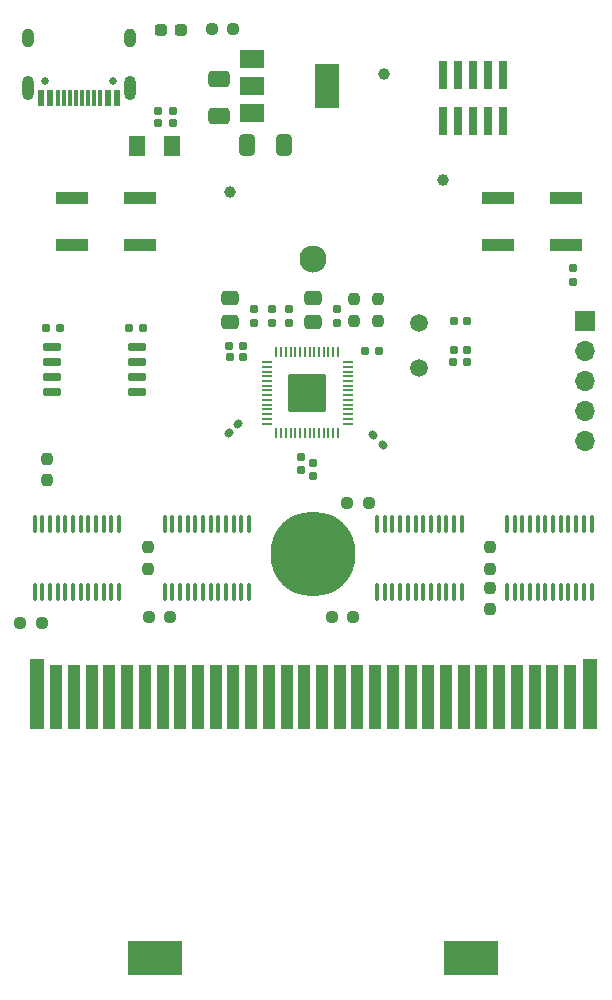
<source format=gts>
G04 #@! TF.GenerationSoftware,KiCad,Pcbnew,6.0.11+dfsg-1~bpo11+1*
G04 #@! TF.CreationDate,2023-04-01T23:07:25-07:00*
G04 #@! TF.ProjectId,gbpunk,67627075-6e6b-42e6-9b69-6361645f7063,v4.0*
G04 #@! TF.SameCoordinates,Original*
G04 #@! TF.FileFunction,Soldermask,Top*
G04 #@! TF.FilePolarity,Negative*
%FSLAX46Y46*%
G04 Gerber Fmt 4.6, Leading zero omitted, Abs format (unit mm)*
G04 Created by KiCad (PCBNEW 6.0.11+dfsg-1~bpo11+1) date 2023-04-01 23:07:25*
%MOMM*%
%LPD*%
G01*
G04 APERTURE LIST*
G04 Aperture macros list*
%AMRoundRect*
0 Rectangle with rounded corners*
0 $1 Rounding radius*
0 $2 $3 $4 $5 $6 $7 $8 $9 X,Y pos of 4 corners*
0 Add a 4 corners polygon primitive as box body*
4,1,4,$2,$3,$4,$5,$6,$7,$8,$9,$2,$3,0*
0 Add four circle primitives for the rounded corners*
1,1,$1+$1,$2,$3*
1,1,$1+$1,$4,$5*
1,1,$1+$1,$6,$7*
1,1,$1+$1,$8,$9*
0 Add four rect primitives between the rounded corners*
20,1,$1+$1,$2,$3,$4,$5,0*
20,1,$1+$1,$4,$5,$6,$7,0*
20,1,$1+$1,$6,$7,$8,$9,0*
20,1,$1+$1,$8,$9,$2,$3,0*%
G04 Aperture macros list end*
%ADD10C,7.200000*%
%ADD11C,2.300000*%
%ADD12RoundRect,0.155000X0.155000X-0.212500X0.155000X0.212500X-0.155000X0.212500X-0.155000X-0.212500X0*%
%ADD13RoundRect,0.100000X0.100000X-0.637500X0.100000X0.637500X-0.100000X0.637500X-0.100000X-0.637500X0*%
%ADD14RoundRect,0.155000X0.040659X0.259862X-0.259862X-0.040659X-0.040659X-0.259862X0.259862X0.040659X0*%
%ADD15RoundRect,0.155000X-0.212500X-0.155000X0.212500X-0.155000X0.212500X0.155000X-0.212500X0.155000X0*%
%ADD16RoundRect,0.160000X0.197500X0.160000X-0.197500X0.160000X-0.197500X-0.160000X0.197500X-0.160000X0*%
%ADD17RoundRect,0.237500X-0.237500X0.250000X-0.237500X-0.250000X0.237500X-0.250000X0.237500X0.250000X0*%
%ADD18RoundRect,0.237500X0.250000X0.237500X-0.250000X0.237500X-0.250000X-0.237500X0.250000X-0.237500X0*%
%ADD19RoundRect,0.250000X-0.412500X-0.650000X0.412500X-0.650000X0.412500X0.650000X-0.412500X0.650000X0*%
%ADD20C,1.000000*%
%ADD21RoundRect,0.250000X0.475000X-0.337500X0.475000X0.337500X-0.475000X0.337500X-0.475000X-0.337500X0*%
%ADD22R,0.740000X2.400000*%
%ADD23C,1.500000*%
%ADD24R,2.750000X1.000000*%
%ADD25R,1.300000X6.000000*%
%ADD26R,1.000000X5.500000*%
%ADD27R,4.600000X3.000000*%
%ADD28C,0.650000*%
%ADD29R,0.600000X1.450000*%
%ADD30R,0.300000X1.450000*%
%ADD31O,1.000000X2.100000*%
%ADD32O,1.000000X1.600000*%
%ADD33R,1.700000X1.700000*%
%ADD34O,1.700000X1.700000*%
%ADD35RoundRect,0.155000X0.212500X0.155000X-0.212500X0.155000X-0.212500X-0.155000X0.212500X-0.155000X0*%
%ADD36RoundRect,0.155000X-0.155000X0.212500X-0.155000X-0.212500X0.155000X-0.212500X0.155000X0.212500X0*%
%ADD37RoundRect,0.155000X-0.259862X0.040659X0.040659X-0.259862X0.259862X-0.040659X-0.040659X0.259862X0*%
%ADD38RoundRect,0.160000X-0.197500X-0.160000X0.197500X-0.160000X0.197500X0.160000X-0.197500X0.160000X0*%
%ADD39RoundRect,0.150000X-0.650000X-0.150000X0.650000X-0.150000X0.650000X0.150000X-0.650000X0.150000X0*%
%ADD40R,2.000000X1.500000*%
%ADD41R,2.000000X3.800000*%
%ADD42RoundRect,0.160000X-0.160000X0.197500X-0.160000X-0.197500X0.160000X-0.197500X0.160000X0.197500X0*%
%ADD43RoundRect,0.050000X-0.387500X-0.050000X0.387500X-0.050000X0.387500X0.050000X-0.387500X0.050000X0*%
%ADD44RoundRect,0.050000X-0.050000X-0.387500X0.050000X-0.387500X0.050000X0.387500X-0.050000X0.387500X0*%
%ADD45RoundRect,0.144000X-1.456000X-1.456000X1.456000X-1.456000X1.456000X1.456000X-1.456000X1.456000X0*%
%ADD46RoundRect,0.237500X0.287500X0.237500X-0.287500X0.237500X-0.287500X-0.237500X0.287500X-0.237500X0*%
%ADD47RoundRect,0.250001X0.462499X0.624999X-0.462499X0.624999X-0.462499X-0.624999X0.462499X-0.624999X0*%
%ADD48RoundRect,0.237500X-0.250000X-0.237500X0.250000X-0.237500X0.250000X0.237500X-0.250000X0.237500X0*%
%ADD49RoundRect,0.237500X0.237500X-0.250000X0.237500X0.250000X-0.237500X0.250000X-0.237500X-0.250000X0*%
%ADD50RoundRect,0.250000X-0.650000X0.412500X-0.650000X-0.412500X0.650000X-0.412500X0.650000X0.412500X0*%
G04 APERTURE END LIST*
D10*
X100000000Y-84650000D03*
D11*
X100000000Y-59650000D03*
D12*
X102040000Y-65067500D03*
X102040000Y-63932500D03*
X96500000Y-65067500D03*
X96500000Y-63932500D03*
D13*
X116425000Y-87862500D03*
X117075000Y-87862500D03*
X117725000Y-87862500D03*
X118375000Y-87862500D03*
X119025000Y-87862500D03*
X119675000Y-87862500D03*
X120325000Y-87862500D03*
X120975000Y-87862500D03*
X121625000Y-87862500D03*
X122275000Y-87862500D03*
X122925000Y-87862500D03*
X123575000Y-87862500D03*
X123575000Y-82137500D03*
X122925000Y-82137500D03*
X122275000Y-82137500D03*
X121625000Y-82137500D03*
X120975000Y-82137500D03*
X120325000Y-82137500D03*
X119675000Y-82137500D03*
X119025000Y-82137500D03*
X118375000Y-82137500D03*
X117725000Y-82137500D03*
X117075000Y-82137500D03*
X116425000Y-82137500D03*
D14*
X93681283Y-73628717D03*
X92878717Y-74431283D03*
D15*
X104432500Y-67500000D03*
X105567500Y-67500000D03*
X84432500Y-65500000D03*
X85567500Y-65500000D03*
D16*
X94060000Y-67000000D03*
X92865000Y-67000000D03*
D17*
X115000000Y-84087500D03*
X115000000Y-85912500D03*
D18*
X103412500Y-90000000D03*
X101587500Y-90000000D03*
D19*
X94437500Y-50000000D03*
X97562500Y-50000000D03*
D20*
X111000000Y-53000000D03*
D21*
X93000000Y-65037500D03*
X93000000Y-62962500D03*
D17*
X103500000Y-63087500D03*
X103500000Y-64912500D03*
D22*
X110960000Y-47950000D03*
X110960000Y-44050000D03*
X112230000Y-47950000D03*
X112230000Y-44050000D03*
X113500000Y-47950000D03*
X113500000Y-44050000D03*
X114770000Y-47950000D03*
X114770000Y-44050000D03*
X116040000Y-47950000D03*
X116040000Y-44050000D03*
D16*
X78597500Y-65500000D03*
X77402500Y-65500000D03*
D17*
X105500000Y-63087500D03*
X105500000Y-64912500D03*
D23*
X109000000Y-68900000D03*
X109000000Y-65100000D03*
D24*
X79620000Y-54500000D03*
X85380000Y-54500000D03*
X85380000Y-58500000D03*
X79620000Y-58500000D03*
D25*
X123410000Y-96510000D03*
D26*
X121760000Y-96760000D03*
X120260000Y-96760000D03*
X118760000Y-96760000D03*
X117260000Y-96760000D03*
X115760000Y-96760000D03*
X114260000Y-96760000D03*
X112760000Y-96760000D03*
X111260000Y-96760000D03*
X109760000Y-96760000D03*
X108260000Y-96760000D03*
X106760000Y-96760000D03*
X105260000Y-96760000D03*
X103760000Y-96760000D03*
X102260000Y-96760000D03*
X100760000Y-96760000D03*
X99260000Y-96760000D03*
X97760000Y-96760000D03*
X96260000Y-96760000D03*
X94760000Y-96760000D03*
X93260000Y-96760000D03*
X91760000Y-96760000D03*
X90260000Y-96760000D03*
X88760000Y-96760000D03*
X87260000Y-96760000D03*
X85760000Y-96760000D03*
X84260000Y-96760000D03*
X82760000Y-96760000D03*
X81260000Y-96760000D03*
X79760000Y-96760000D03*
X78260000Y-96760000D03*
D25*
X76610000Y-96510000D03*
D27*
X86610000Y-118890000D03*
X113410000Y-118890000D03*
D28*
X83070000Y-44620000D03*
X77290000Y-44620000D03*
D29*
X83430000Y-46065000D03*
X82630000Y-46065000D03*
D30*
X81430000Y-46065000D03*
X80430000Y-46065000D03*
X79930000Y-46065000D03*
X78930000Y-46065000D03*
D29*
X77730000Y-46065000D03*
X76930000Y-46065000D03*
X76930000Y-46065000D03*
X77730000Y-46065000D03*
D30*
X78430000Y-46065000D03*
X79430000Y-46065000D03*
X80930000Y-46065000D03*
X81930000Y-46065000D03*
D29*
X82630000Y-46065000D03*
X83430000Y-46065000D03*
D31*
X84500000Y-45150000D03*
X75860000Y-45150000D03*
D32*
X84500000Y-40970000D03*
X75860000Y-40970000D03*
D20*
X106000000Y-44000000D03*
D33*
X123000000Y-64925000D03*
D34*
X123000000Y-67465000D03*
X123000000Y-70005000D03*
X123000000Y-72545000D03*
X123000000Y-75085000D03*
D35*
X113027500Y-67410000D03*
X111892500Y-67410000D03*
D17*
X86000000Y-84087500D03*
X86000000Y-85912500D03*
D36*
X99000000Y-76432500D03*
X99000000Y-77567500D03*
D13*
X105425000Y-87862500D03*
X106075000Y-87862500D03*
X106725000Y-87862500D03*
X107375000Y-87862500D03*
X108025000Y-87862500D03*
X108675000Y-87862500D03*
X109325000Y-87862500D03*
X109975000Y-87862500D03*
X110625000Y-87862500D03*
X111275000Y-87862500D03*
X111925000Y-87862500D03*
X112575000Y-87862500D03*
X112575000Y-82137500D03*
X111925000Y-82137500D03*
X111275000Y-82137500D03*
X110625000Y-82137500D03*
X109975000Y-82137500D03*
X109325000Y-82137500D03*
X108675000Y-82137500D03*
X108025000Y-82137500D03*
X107375000Y-82137500D03*
X106725000Y-82137500D03*
X106075000Y-82137500D03*
X105425000Y-82137500D03*
D37*
X105098717Y-74598717D03*
X105901283Y-75401283D03*
D38*
X86912500Y-47100000D03*
X88107500Y-47100000D03*
X86912500Y-48130000D03*
X88107500Y-48130000D03*
D39*
X77900000Y-67095000D03*
X77900000Y-68365000D03*
X77900000Y-69635000D03*
X77900000Y-70905000D03*
X85100000Y-70905000D03*
X85100000Y-69635000D03*
X85100000Y-68365000D03*
X85100000Y-67095000D03*
D18*
X104722500Y-80360000D03*
X102897500Y-80360000D03*
D17*
X114990000Y-87497500D03*
X114990000Y-89322500D03*
D24*
X115620000Y-54500000D03*
X121380000Y-54500000D03*
X115620000Y-58500000D03*
X121380000Y-58500000D03*
D12*
X98000000Y-65067500D03*
X98000000Y-63932500D03*
D40*
X94850000Y-42700000D03*
X94850000Y-45000000D03*
D41*
X101150000Y-45000000D03*
D40*
X94850000Y-47300000D03*
D13*
X76425000Y-87862500D03*
X77075000Y-87862500D03*
X77725000Y-87862500D03*
X78375000Y-87862500D03*
X79025000Y-87862500D03*
X79675000Y-87862500D03*
X80325000Y-87862500D03*
X80975000Y-87862500D03*
X81625000Y-87862500D03*
X82275000Y-87862500D03*
X82925000Y-87862500D03*
X83575000Y-87862500D03*
X83575000Y-82137500D03*
X82925000Y-82137500D03*
X82275000Y-82137500D03*
X81625000Y-82137500D03*
X80975000Y-82137500D03*
X80325000Y-82137500D03*
X79675000Y-82137500D03*
X79025000Y-82137500D03*
X78375000Y-82137500D03*
X77725000Y-82137500D03*
X77075000Y-82137500D03*
X76425000Y-82137500D03*
D18*
X77040000Y-90500000D03*
X75215000Y-90500000D03*
D13*
X87425000Y-87862500D03*
X88075000Y-87862500D03*
X88725000Y-87862500D03*
X89375000Y-87862500D03*
X90025000Y-87862500D03*
X90675000Y-87862500D03*
X91325000Y-87862500D03*
X91975000Y-87862500D03*
X92625000Y-87862500D03*
X93275000Y-87862500D03*
X93925000Y-87862500D03*
X94575000Y-87862500D03*
X94575000Y-82137500D03*
X93925000Y-82137500D03*
X93275000Y-82137500D03*
X92625000Y-82137500D03*
X91975000Y-82137500D03*
X91325000Y-82137500D03*
X90675000Y-82137500D03*
X90025000Y-82137500D03*
X89375000Y-82137500D03*
X88725000Y-82137500D03*
X88075000Y-82137500D03*
X87425000Y-82137500D03*
D42*
X122000000Y-60402500D03*
X122000000Y-61597500D03*
D43*
X96062500Y-68400000D03*
X96062500Y-68800000D03*
X96062500Y-69200000D03*
X96062500Y-69600000D03*
X96062500Y-70000000D03*
X96062500Y-70400000D03*
X96062500Y-70800000D03*
X96062500Y-71200000D03*
X96062500Y-71600000D03*
X96062500Y-72000000D03*
X96062500Y-72400000D03*
X96062500Y-72800000D03*
X96062500Y-73200000D03*
X96062500Y-73600000D03*
D44*
X96900000Y-74437500D03*
X97300000Y-74437500D03*
X97700000Y-74437500D03*
X98100000Y-74437500D03*
X98500000Y-74437500D03*
X98900000Y-74437500D03*
X99300000Y-74437500D03*
X99700000Y-74437500D03*
X100100000Y-74437500D03*
X100500000Y-74437500D03*
X100900000Y-74437500D03*
X101300000Y-74437500D03*
X101700000Y-74437500D03*
X102100000Y-74437500D03*
D43*
X102937500Y-73600000D03*
X102937500Y-73200000D03*
X102937500Y-72800000D03*
X102937500Y-72400000D03*
X102937500Y-72000000D03*
X102937500Y-71600000D03*
X102937500Y-71200000D03*
X102937500Y-70800000D03*
X102937500Y-70400000D03*
X102937500Y-70000000D03*
X102937500Y-69600000D03*
X102937500Y-69200000D03*
X102937500Y-68800000D03*
X102937500Y-68400000D03*
D44*
X102100000Y-67562500D03*
X101700000Y-67562500D03*
X101300000Y-67562500D03*
X100900000Y-67562500D03*
X100500000Y-67562500D03*
X100100000Y-67562500D03*
X99700000Y-67562500D03*
X99300000Y-67562500D03*
X98900000Y-67562500D03*
X98500000Y-67562500D03*
X98100000Y-67562500D03*
X97700000Y-67562500D03*
X97300000Y-67562500D03*
X96900000Y-67562500D03*
D45*
X99500000Y-71000000D03*
D18*
X87912500Y-90000000D03*
X86087500Y-90000000D03*
D15*
X111892500Y-64910000D03*
X113027500Y-64910000D03*
D20*
X93000000Y-54000000D03*
D35*
X94067500Y-68000000D03*
X92932500Y-68000000D03*
D46*
X88845000Y-40240000D03*
X87095000Y-40240000D03*
D47*
X88077500Y-50070000D03*
X85102500Y-50070000D03*
D36*
X100000000Y-76932500D03*
X100000000Y-78067500D03*
D16*
X113057500Y-68410000D03*
X111862500Y-68410000D03*
D12*
X95000000Y-65067500D03*
X95000000Y-63932500D03*
D21*
X100000000Y-65037500D03*
X100000000Y-62962500D03*
D48*
X91402500Y-40200000D03*
X93227500Y-40200000D03*
D49*
X77500000Y-78412500D03*
X77500000Y-76587500D03*
D50*
X92000000Y-44437500D03*
X92000000Y-47562500D03*
M02*

</source>
